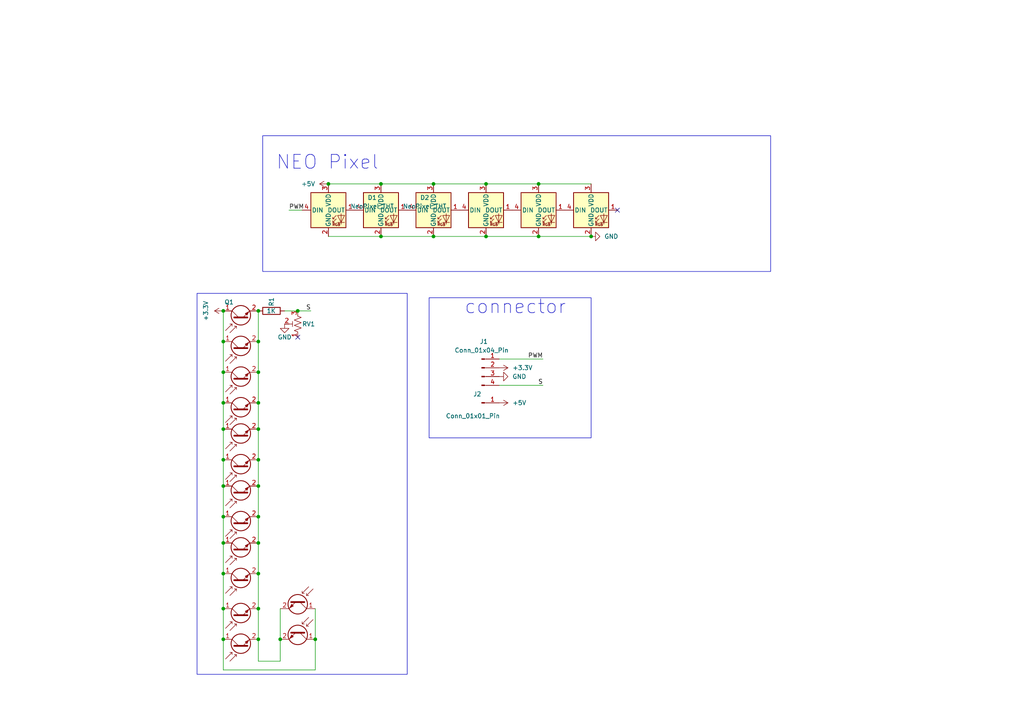
<source format=kicad_sch>
(kicad_sch (version 20230121) (generator eeschema)
  (paper "A4")
  (lib_symbols
    (symbol "Connector:Conn_01x01_Pin" (pin_names (offset 1.016) hide)
      (property "Reference" "J" (at 0 2.54 0))
      (property "Value" "Conn_01x01_Pin" (at 0 -2.54 0))
      (symbol "Conn_01x01_Pin_1_1"
        (polyline (pts (xy 1.27 0) (xy 0.8636 0)) (stroke (width 0.1524)))
        (rectangle (start 0.8636 0.127) (end 0 -0.127) (stroke (width 0.1524)) (fill (type outline)))
        (pin passive line (at 5.08 0 180) (length 3.81) (name "Pin_1") (number "1"))
      )
    )
    (symbol "Connector:Conn_01x04_Pin" (pin_names (offset 1.016) hide)
      (property "Reference" "J" (at 0 5.08 0))
      (property "Value" "Conn_01x04_Pin" (at 0 -7.62 0))
      (symbol "Conn_01x04_Pin_1_1"
        (polyline (pts (xy 1.27 -5.08) (xy 0.8636 -5.08)) (stroke (width 0.1524)))
        (polyline (pts (xy 1.27 -2.54) (xy 0.8636 -2.54)) (stroke (width 0.1524)))
        (polyline (pts (xy 1.27 0) (xy 0.8636 0)) (stroke (width 0.1524)))
        (polyline (pts (xy 1.27 2.54) (xy 0.8636 2.54)) (stroke (width 0.1524)))
        (rectangle (start 0.8636 -4.953) (end 0 -5.207) (stroke (width 0.1524)) (fill (type outline)))
        (rectangle (start 0.8636 -2.413) (end 0 -2.667) (stroke (width 0.1524)) (fill (type outline)))
        (rectangle (start 0.8636 0.127) (end 0 -0.127) (stroke (width 0.1524)) (fill (type outline)))
        (rectangle (start 0.8636 2.667) (end 0 2.413) (stroke (width 0.1524)) (fill (type outline)))
        (pin passive line (at 5.08 2.54 180) (length 3.81) (name "Pin_1") (number "1"))
        (pin passive line (at 5.08 0 180) (length 3.81) (name "Pin_2") (number "2"))
        (pin passive line (at 5.08 -2.54 180) (length 3.81) (name "Pin_3") (number "3"))
        (pin passive line (at 5.08 -5.08 180) (length 3.81) (name "Pin_4") (number "4"))
      )
    )
    (symbol "Device:Q_Photo_NPN" (pin_names (offset 0) hide)
      (property "Reference" "Q" (at 5.08 1.27 0))
      (property "Value" "Q_Photo_NPN" (at 5.08 -1.27 0))
      (symbol "Q_Photo_NPN_0_1"
        (polyline (pts (xy -1.905 1.27) (xy -2.54 1.27)))
        (polyline (pts (xy -1.27 2.54) (xy -1.905 2.54)))
        (polyline (pts (xy 0.635 0.635) (xy 2.54 2.54)))
        (polyline (pts (xy -3.81 3.175) (xy -1.905 1.27) (xy -1.905 1.905)))
        (polyline (pts (xy -3.175 4.445) (xy -1.27 2.54) (xy -1.27 3.175)))
        (polyline (pts (xy 0.635 -0.635) (xy 2.54 -2.54) (xy 2.54 -2.54)))
        (polyline (pts (xy 0.635 1.905) (xy 0.635 -1.905) (xy 0.635 -1.905)) (stroke (width 0.508)))
        (polyline (pts (xy 1.27 -1.778) (xy 1.778 -1.27) (xy 2.286 -2.286) (xy 1.27 -1.778) (xy 1.27 -1.778)) (fill (type outline)))
        (circle (center 1.27 0) (radius 2.8194) (stroke (width 0.254)))
      )
      (symbol "Q_Photo_NPN_1_1"
        (pin passive line (at 2.54 5.08 270) (length 2.54) (name "C") (number "1"))
        (pin passive line (at 2.54 -5.08 90) (length 2.54) (name "E") (number "2"))
      )
    )
    (symbol "Device:R" (pin_numbers hide) (pin_names (offset 0))
      (property "Reference" "R" (at 2.032 0 90))
      (property "Value" "R" (at 0 0 90))
      (symbol "R_0_1"
        (rectangle (start -1.016 -2.54) (end 1.016 2.54) (stroke (width 0.254)))
      )
      (symbol "R_1_1"
        (pin passive line (at 0 3.81 270) (length 1.27) (name "~") (number "1"))
        (pin passive line (at 0 -3.81 90) (length 1.27) (name "~") (number "2"))
      )
    )
    (symbol "Device:R_Potentiometer_Trim_US" (pin_names (offset 1.016) hide)
      (property "Reference" "RV" (at -4.445 0 90))
      (property "Value" "R_Potentiometer_Trim_US" (at -2.54 0 90))
      (symbol "R_Potentiometer_Trim_US_0_1"
        (polyline (pts (xy 0 -2.286) (xy 0 -2.54)))
        (polyline (pts (xy 0 2.286) (xy 0 2.54)))
        (polyline (pts (xy 1.524 0.762) (xy 1.524 -0.762)))
        (polyline (pts (xy 2.54 0) (xy 1.524 0)))
        (polyline (pts (xy 0 -0.762) (xy 1.016 -1.143) (xy 0 -1.524) (xy -1.016 -1.905) (xy 0 -2.286)))
        (polyline (pts (xy 0 0.762) (xy 1.016 0.381) (xy 0 0) (xy -1.016 -0.381) (xy 0 -0.762)))
        (polyline (pts (xy 0 2.286) (xy 1.016 1.905) (xy 0 1.524) (xy -1.016 1.143) (xy 0 0.762)))
      )
      (symbol "R_Potentiometer_Trim_US_1_1"
        (pin passive line (at 0 3.81 270) (length 1.27) (name "1") (number "1"))
        (pin passive line (at 3.81 0 180) (length 1.27) (name "2") (number "2"))
        (pin passive line (at 0 -3.81 90) (length 1.27) (name "3") (number "3"))
      )
    )
    (symbol "LED:NeoPixel_THT" (pin_names (offset 0.254))
      (property "Reference" "D" (at 5.08 5.715 0))
      (property "Value" "NeoPixel_THT" (at 1.27 -5.715 0))
      (symbol "NeoPixel_THT_0_0"
        (text "RGB" (at 2.286 -4.191 0) (effects (font (size 0.762 0.762))))
      )
      (symbol "NeoPixel_THT_0_1"
        (polyline (pts (xy 1.27 -3.556) (xy 1.778 -3.556)))
        (polyline (pts (xy 1.27 -2.54) (xy 1.778 -2.54)))
        (polyline (pts (xy 4.699 -3.556) (xy 2.667 -3.556)))
        (polyline (pts (xy 2.286 -2.54) (xy 1.27 -3.556) (xy 1.27 -3.048)))
        (polyline (pts (xy 2.286 -1.524) (xy 1.27 -2.54) (xy 1.27 -2.032)))
        (polyline (pts (xy 3.683 -1.016) (xy 3.683 -3.556) (xy 3.683 -4.064)))
        (polyline (pts (xy 4.699 -1.524) (xy 2.667 -1.524) (xy 3.683 -3.556) (xy 4.699 -1.524)))
        (rectangle (start 5.08 5.08) (end -5.08 -5.08) (stroke (width 0.254)) (fill (type background)))
      )
      (symbol "NeoPixel_THT_1_1"
        (pin output line (at 7.62 0 180) (length 2.54) (name "DOUT") (number "1"))
        (pin power_in line (at 0 -7.62 90) (length 2.54) (name "GND") (number "2"))
        (pin power_in line (at 0 7.62 270) (length 2.54) (name "VDD") (number "3"))
        (pin input line (at -7.62 0 0) (length 2.54) (name "DIN") (number "4"))
      )
    )
    (symbol "power:+3.3V" (power) (pin_names (offset 0))
      (property "Value" "+3.3V" (at 0 3.556 0))
      (symbol "+3.3V_0_1"
        (polyline (pts (xy -0.762 1.27) (xy 0 2.54)))
        (polyline (pts (xy 0 0) (xy 0 2.54)))
        (polyline (pts (xy 0 2.54) (xy 0.762 1.27)))
      )
      (symbol "+3.3V_1_1"
        (pin power_in line (at 0 0 90) (length 0) hide (name "+3.3V") (number "1"))
      )
    )
    (symbol "power:+5V" (power) (pin_names (offset 0))
      (property "Value" "+5V" (at 0 3.556 0))
      (symbol "+5V_0_1"
        (polyline (pts (xy -0.762 1.27) (xy 0 2.54)))
        (polyline (pts (xy 0 0) (xy 0 2.54)))
        (polyline (pts (xy 0 2.54) (xy 0.762 1.27)))
      )
      (symbol "+5V_1_1"
        (pin power_in line (at 0 0 90) (length 0) hide (name "+5V") (number "1"))
      )
    )
    (symbol "power:GND" (power) (pin_names (offset 0))
      (property "Value" "GND" (at 0 -3.81 0))
      (symbol "GND_0_1"
        (polyline (pts (xy 0 0) (xy 0 -1.27) (xy 1.27 -1.27) (xy 0 -2.54) (xy -1.27 -1.27) (xy 0 -1.27)))
      )
      (symbol "GND_1_1"
        (pin power_in line (at 0 0 270) (length 0) hide (name "GND") (number "1"))
      )
    )
  )
  (junction (at 64.77 116.84))
  (junction (at 125.73 53.34))
  (junction (at 64.77 176.53))
  (junction (at 74.93 157.48))
  (junction (at 125.73 68.58))
  (junction (at 64.77 157.48))
  (junction (at 140.97 53.34))
  (junction (at 110.49 53.34))
  (junction (at 74.93 90.17))
  (junction (at 64.77 185.42))
  (junction (at 74.93 140.97))
  (junction (at 156.21 53.34))
  (junction (at 74.93 99.06))
  (junction (at 64.77 99.06))
  (junction (at 91.44 185.42))
  (junction (at 74.93 124.46))
  (junction (at 74.93 133.35))
  (junction (at 64.77 149.86))
  (junction (at 171.45 68.58))
  (junction (at 64.77 90.17))
  (junction (at 74.93 149.86))
  (junction (at 64.77 133.35))
  (junction (at 74.93 176.53))
  (junction (at 110.49 68.58))
  (junction (at 140.97 68.58))
  (junction (at 64.77 107.95))
  (junction (at 156.21 68.58))
  (junction (at 74.93 166.37))
  (junction (at 64.77 166.37))
  (junction (at 74.93 107.95))
  (junction (at 74.93 185.42))
  (junction (at 95.25 53.34))
  (junction (at 64.77 124.46))
  (junction (at 74.93 116.84))
  (junction (at 81.28 185.42))
  (junction (at 86.36 90.17))
  (junction (at 64.77 140.97))
  (no_connect (at 179.07 60.96))
  (no_connect (at 86.36 97.79))
  (wire (pts (xy 83.82 60.96) (xy 87.63 60.96)))
  (wire (pts (xy 140.97 68.58) (xy 156.21 68.58)))
  (wire (pts (xy 74.93 90.17) (xy 74.93 99.06)))
  (wire (pts (xy 74.93 176.53) (xy 74.93 185.42)))
  (wire (pts (xy 64.77 157.48) (xy 64.77 166.37)))
  (wire (pts (xy 74.93 124.46) (xy 74.93 133.35)))
  (wire (pts (xy 74.93 185.42) (xy 74.93 191.77)))
  (wire (pts (xy 140.97 53.34) (xy 156.21 53.34)))
  (wire (pts (xy 64.77 149.86) (xy 64.77 157.48)))
  (wire (pts (xy 74.93 140.97) (xy 74.93 149.86)))
  (wire (pts (xy 64.77 176.53) (xy 64.77 185.42)))
  (wire (pts (xy 74.93 157.48) (xy 74.93 166.37)))
  (wire (pts (xy 64.77 107.95) (xy 64.77 116.84)))
  (wire (pts (xy 74.93 149.86) (xy 74.93 157.48)))
  (wire (pts (xy 64.77 194.31) (xy 91.44 194.31)))
  (wire (pts (xy 91.44 194.31) (xy 91.44 185.42)))
  (wire (pts (xy 110.49 68.58) (xy 125.73 68.58)))
  (wire (pts (xy 82.55 90.17) (xy 86.36 90.17)))
  (wire (pts (xy 64.77 166.37) (xy 64.77 176.53)))
  (wire (pts (xy 95.25 68.58) (xy 110.49 68.58)))
  (wire (pts (xy 64.77 185.42) (xy 64.77 194.31)))
  (wire (pts (xy 74.93 99.06) (xy 74.93 107.95)))
  (wire (pts (xy 95.25 53.34) (xy 110.49 53.34)))
  (wire (pts (xy 74.93 107.95) (xy 74.93 116.84)))
  (wire (pts (xy 110.49 53.34) (xy 125.73 53.34)))
  (wire (pts (xy 140.97 68.58) (xy 125.73 68.58)))
  (wire (pts (xy 157.48 111.76) (xy 144.78 111.76)))
  (wire (pts (xy 81.28 185.42) (xy 81.28 191.77)))
  (wire (pts (xy 64.77 133.35) (xy 64.77 140.97)))
  (wire (pts (xy 157.48 104.14) (xy 144.78 104.14)))
  (wire (pts (xy 74.93 116.84) (xy 74.93 124.46)))
  (wire (pts (xy 86.36 90.17) (xy 90.17 90.17)))
  (wire (pts (xy 156.21 68.58) (xy 171.45 68.58)))
  (wire (pts (xy 74.93 166.37) (xy 74.93 176.53)))
  (wire (pts (xy 140.97 53.34) (xy 125.73 53.34)))
  (wire (pts (xy 156.21 53.34) (xy 171.45 53.34)))
  (wire (pts (xy 74.93 133.35) (xy 74.93 140.97)))
  (wire (pts (xy 64.77 140.97) (xy 64.77 149.86)))
  (wire (pts (xy 64.77 99.06) (xy 64.77 107.95)))
  (wire (pts (xy 64.77 116.84) (xy 64.77 124.46)))
  (wire (pts (xy 74.93 191.77) (xy 81.28 191.77)))
  (wire (pts (xy 81.28 185.42) (xy 81.28 176.53)))
  (wire (pts (xy 64.77 90.17) (xy 64.77 99.06)))
  (wire (pts (xy 64.77 124.46) (xy 64.77 133.35)))
  (wire (pts (xy 91.44 185.42) (xy 91.44 176.53)))
  (rectangle (start 124.46 86.36) (end 171.45 127))
  (rectangle (start 57.15 85.09) (end 118.11 195.58))
  (rectangle (start 76.2 39.37) (end 223.52 78.74))
  (text "connector" (at 134.62 91.44 0) (effects (font (size 4 4)) (justify left bottom)))
  (text "NEO Pixel\n" (at 80.01 49.53 0) (effects (font (size 4 4)) (justify left bottom)))
  (label "PWM" (at 83.82 60.96 0))
  (label "PWM" (at 157.48 104.14 180))
  (label "S" (at 157.48 111.76 180))
  (label "S" (at 90.17 90.17 180))
  (symbol (lib_id "power:+5V") (at 144.78 116.84 270) (unit 1)
    (property "Reference" "#PWR07" (effects hide))
    (property "Value" "+5V" (at 148.59 116.84 90) (effects (justify left)))
  )
  (symbol (lib_id "LED:NeoPixel_THT") (at 156.21 60.96 0) (unit 1)
    (property "Reference" "D4" (effects hide))
    (property "Value" "NeoPixel_THT" (effects hide))
    (property "Footprint" "LED_SMD:LED_WS2812B-2020_PLCC4_2.0x2.0mm" (effects hide))
    (property "Datasheet" "https://www.adafruit.com/product/1938" (effects hide))
  )
  (symbol (lib_id "Device:Q_Photo_NPN") (at 69.85 168.91 90) (unit 1)
    (property "Reference" "Q10" (effects hide))
    (property "Value" "Q_Photo_NPN" (effects hide))
    (property "Footprint" "LED_THT:LED_D3.0mm_Clear" (effects hide))
  )
  (symbol (lib_id "Device:Q_Photo_NPN") (at 69.85 187.96 90) (unit 1)
    (property "Reference" "Q12" (effects hide))
    (property "Value" "Q_Photo_NPN" (effects hide))
    (property "Footprint" "LED_THT:LED_D3.0mm_Clear" (effects hide))
  )
  (symbol (lib_id "Device:Q_Photo_NPN") (at 69.85 101.6 90) (unit 1)
    (property "Reference" "Q2" (effects hide))
    (property "Value" "Q_Photo_NPN" (effects hide))
    (property "Footprint" "LED_THT:LED_D3.0mm_Clear" (effects hide))
  )
  (symbol (lib_id "Connector:Conn_01x01_Pin") (at 139.7 116.84 0) (unit 1)
    (property "Reference" "J2" (at 138.43 114.3 0))
    (property "Value" "Conn_01x01_Pin" (at 137.16 120.65 0))
    (property "Footprint" "Connector_PinHeader_2.54mm:PinHeader_1x01_P2.54mm_Vertical" (effects hide))
  )
  (symbol (lib_id "LED:NeoPixel_THT") (at 125.73 60.96 0) (unit 1)
    (property "Reference" "D3" (effects hide))
    (property "Value" "NeoPixel_THT" (effects hide))
    (property "Footprint" "LED_SMD:LED_WS2812B-2020_PLCC4_2.0x2.0mm" (effects hide))
    (property "Datasheet" "https://www.adafruit.com/product/1938" (effects hide))
  )
  (symbol (lib_id "power:+5V") (at 95.25 53.34 90) (unit 1)
    (property "Reference" "#PWR02" (effects hide))
    (property "Value" "+5V" (at 91.44 53.34 90) (effects (justify left)))
  )
  (symbol (lib_id "LED:NeoPixel_THT") (at 95.25 60.96 0) (unit 1)
    (property "Reference" "D1" (at 107.95 57.3121 0))
    (property "Value" "NeoPixel_THT" (at 107.95 59.8521 0))
    (property "Footprint" "LED_SMD:LED_WS2812B-2020_PLCC4_2.0x2.0mm" (effects hide))
    (property "Datasheet" "https://www.adafruit.com/product/1938" (effects hide))
  )
  (symbol (lib_id "Device:Q_Photo_NPN") (at 69.85 179.07 90) (unit 1)
    (property "Reference" "Q11" (effects hide))
    (property "Value" "Q_Photo_NPN" (effects hide))
    (property "Footprint" "LED_THT:LED_D3.0mm_Clear" (effects hide))
  )
  (symbol (lib_id "Device:Q_Photo_NPN") (at 86.36 182.88 270) (unit 1)
    (property "Reference" "Q13" (effects hide))
    (property "Value" "Q_Photo_NPN" (effects hide))
    (property "Footprint" "LED_THT:LED_D3.0mm_Clear" (effects hide))
  )
  (symbol (lib_id "power:+3.3V") (at 64.77 90.17 90) (unit 1)
    (property "Reference" "#PWR01" (effects hide))
    (property "Value" "+3.3V" (at 59.69 90.17 0))
  )
  (symbol (lib_id "Device:Q_Photo_NPN") (at 69.85 143.51 90) (unit 1)
    (property "Reference" "Q7" (effects hide))
    (property "Value" "Q_Photo_NPN" (effects hide))
    (property "Footprint" "LED_THT:LED_D3.0mm_Clear" (effects hide))
  )
  (symbol (lib_id "Device:Q_Photo_NPN") (at 69.85 152.4 90) (unit 1)
    (property "Reference" "Q8" (effects hide))
    (property "Value" "Q_Photo_NPN" (effects hide))
    (property "Footprint" "LED_THT:LED_D3.0mm_Clear" (effects hide))
  )
  (symbol (lib_id "power:GND") (at 82.55 93.98 0) (unit 1)
    (property "Reference" "#PWR03" (effects hide))
    (property "Value" "GND" (at 82.55 97.79 0))
  )
  (symbol (lib_id "power:+3.3V") (at 144.78 106.68 270) (unit 1)
    (property "Reference" "#PWR05" (effects hide))
    (property "Value" "+3.3V" (at 148.59 106.68 90) (effects (justify left)))
  )
  (symbol (lib_id "Device:Q_Photo_NPN") (at 86.36 173.99 270) (unit 1)
    (property "Reference" "Q14" (effects hide))
    (property "Value" "Q_Photo_NPN" (effects hide))
    (property "Footprint" "LED_THT:LED_D3.0mm_Clear" (effects hide))
  )
  (symbol (lib_id "Device:R_Potentiometer_Trim_US") (at 86.36 93.98 180) (unit 1)
    (property "Reference" "RV1" (at 87.63 93.98 0) (effects (justify right)))
    (property "Value" "R_Potentiometer_Trim_US" (effects hide))
    (property "Footprint" "Potentiometer_SMD:Potentiometer_Vishay_TS53YJ_Vertical" (effects hide))
  )
  (symbol (lib_id "Device:Q_Photo_NPN") (at 69.85 110.49 90) (unit 1)
    (property "Reference" "Q3" (effects hide))
    (property "Value" "Q_Photo_NPN" (effects hide))
    (property "Footprint" "LED_THT:LED_D3.0mm_Clear" (effects hide))
  )
  (symbol (lib_id "Device:Q_Photo_NPN") (at 69.85 92.71 90) (unit 1)
    (property "Reference" "Q1" (at 67.8307 87.63 90) (effects (justify left)))
    (property "Value" "Q_Photo_NPN" (effects hide))
    (property "Footprint" "LED_THT:LED_D3.0mm_Clear" (effects hide))
  )
  (symbol (lib_id "Connector:Conn_01x04_Pin") (at 139.7 106.68 0) (unit 1)
    (property "Reference" "J1" (at 140.335 99.06 0))
    (property "Value" "Conn_01x04_Pin" (at 139.7 101.6 0))
    (property "Footprint" "Connector_PinHeader_2.54mm:PinHeader_1x04_P2.54mm_Horizontal" (effects hide))
  )
  (symbol (lib_id "Device:Q_Photo_NPN") (at 69.85 119.38 90) (unit 1)
    (property "Reference" "Q4" (effects hide))
    (property "Value" "Q_Photo_NPN" (effects hide))
    (property "Footprint" "LED_THT:LED_D3.0mm_Clear" (effects hide))
  )
  (symbol (lib_id "power:GND") (at 144.78 109.22 90) (unit 1)
    (property "Reference" "#PWR06" (effects hide))
    (property "Value" "GND" (at 148.59 109.22 90) (effects (justify right)))
  )
  (symbol (lib_id "LED:NeoPixel_THT") (at 110.49 60.96 0) (unit 1)
    (property "Reference" "D2" (at 123.19 57.3121 0))
    (property "Value" "NeoPixel_THT" (at 123.19 59.8521 0))
    (property "Footprint" "LED_SMD:LED_WS2812B-2020_PLCC4_2.0x2.0mm" (effects hide))
    (property "Datasheet" "https://www.adafruit.com/product/1938" (effects hide))
  )
  (symbol (lib_id "LED:NeoPixel_THT") (at 171.45 60.96 0) (unit 1)
    (property "Reference" "D5" (effects hide))
    (property "Value" "NeoPixel_THT" (effects hide))
    (property "Footprint" "LED_SMD:LED_WS2812B-2020_PLCC4_2.0x2.0mm" (effects hide))
    (property "Datasheet" "https://www.adafruit.com/product/1938" (effects hide))
  )
  (symbol (lib_id "Device:Q_Photo_NPN") (at 69.85 135.89 90) (unit 1)
    (property "Reference" "Q6" (effects hide))
    (property "Value" "Q_Photo_NPN" (effects hide))
    (property "Footprint" "LED_THT:LED_D3.0mm_Clear" (effects hide))
  )
  (symbol (lib_id "Device:R") (at 78.74 90.17 270) (unit 1)
    (property "Reference" "R1" (at 78.74 88.9 0) (effects (justify right)))
    (property "Value" "1K" (at 80.01 90.17 90) (effects (justify right)))
    (property "Footprint" "Resistor_SMD:R_2010_5025Metric" (effects hide))
  )
  (symbol (lib_id "LED:NeoPixel_THT") (at 140.97 60.96 0) (unit 1)
    (property "Reference" "D6" (effects hide))
    (property "Value" "NeoPixel_THT" (effects hide))
    (property "Footprint" "LED_SMD:LED_WS2812B-2020_PLCC4_2.0x2.0mm" (effects hide))
    (property "Datasheet" "https://www.adafruit.com/product/1938" (effects hide))
  )
  (symbol (lib_id "Device:Q_Photo_NPN") (at 69.85 160.02 90) (unit 1)
    (property "Reference" "Q9" (effects hide))
    (property "Value" "Q_Photo_NPN" (effects hide))
    (property "Footprint" "LED_THT:LED_D3.0mm_Clear" (effects hide))
  )
  (symbol (lib_id "Device:Q_Photo_NPN") (at 69.85 127 90) (unit 1)
    (property "Reference" "Q5" (effects hide))
    (property "Value" "Q_Photo_NPN" (effects hide))
    (property "Footprint" "LED_THT:LED_D3.0mm_Clear" (effects hide))
  )
  (symbol (lib_id "power:GND") (at 171.45 68.58 90) (unit 1)
    (property "Reference" "#PWR04" (effects hide))
    (property "Value" "GND" (at 175.26 68.58 90) (effects (justify right)))
  )
)
</source>
